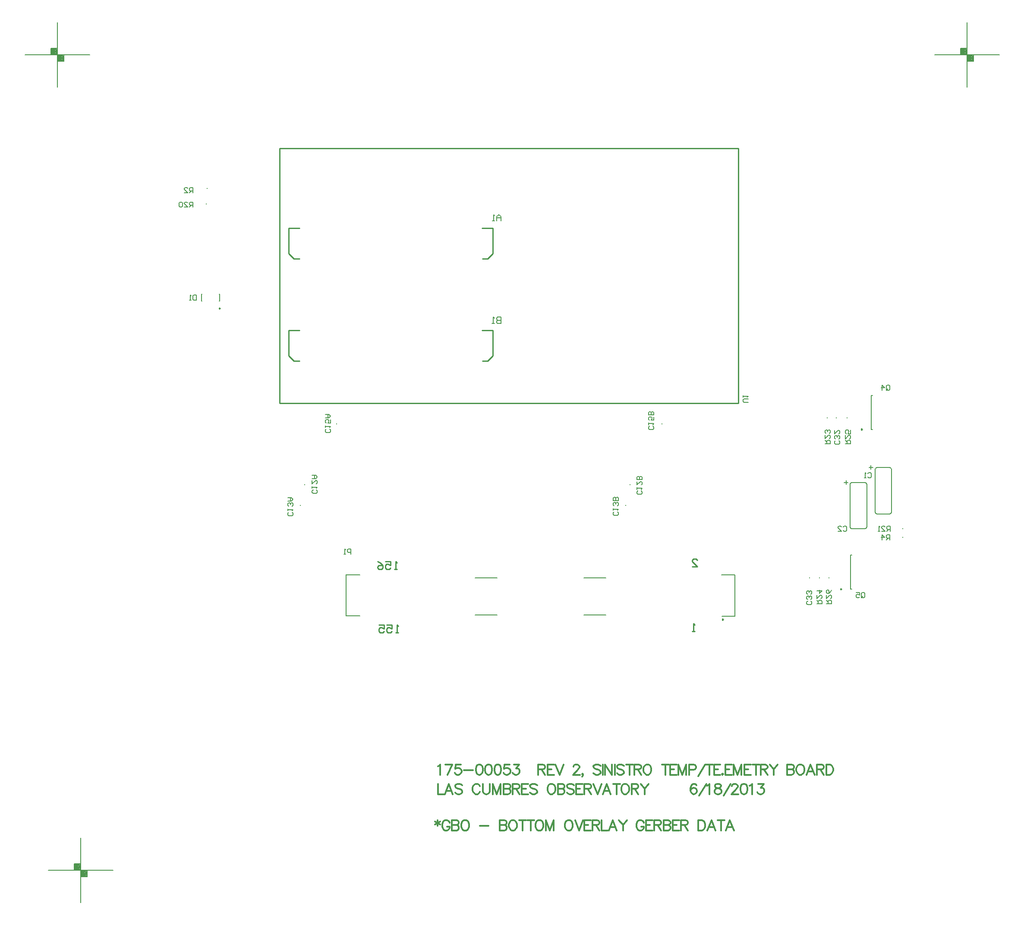
<source format=gbo>
%FSLAX23Y23*%
%MOIN*%
G70*
G01*
G75*
G04 Layer_Color=32896*
%ADD10R,0.031X0.060*%
%ADD11R,0.014X0.060*%
%ADD12R,0.030X0.100*%
%ADD13R,0.045X0.017*%
%ADD14R,0.050X0.050*%
%ADD15R,0.050X0.050*%
%ADD16R,0.036X0.036*%
%ADD17O,0.098X0.028*%
%ADD18R,0.065X0.012*%
%ADD19R,0.135X0.070*%
%ADD20R,0.070X0.135*%
%ADD21R,0.037X0.035*%
%ADD22R,0.037X0.035*%
%ADD23R,0.100X0.100*%
%ADD24R,0.048X0.078*%
%ADD25R,0.078X0.048*%
%ADD26C,0.010*%
%ADD27C,0.025*%
%ADD28C,0.008*%
%ADD29C,0.005*%
%ADD30C,0.006*%
%ADD31C,0.020*%
%ADD32C,0.050*%
%ADD33C,0.012*%
%ADD34C,0.012*%
%ADD35C,0.012*%
%ADD36C,0.220*%
%ADD37C,0.020*%
%ADD38C,0.063*%
%ADD39R,0.063X0.063*%
%ADD40C,0.050*%
%ADD41C,0.039*%
%ADD42R,0.060X0.060*%
%ADD43C,0.060*%
%ADD44R,0.059X0.059*%
%ADD45C,0.059*%
%ADD46C,0.079*%
%ADD47C,0.157*%
%ADD48C,0.059*%
%ADD49R,0.059X0.059*%
%ADD50C,0.116*%
%ADD51C,0.065*%
%ADD52C,0.100*%
%ADD53C,0.030*%
%ADD54C,0.040*%
%ADD55C,0.206*%
%ADD56C,0.079*%
G04:AMPARAMS|DCode=57|XSize=85mil|YSize=85mil|CornerRadius=0mil|HoleSize=0mil|Usage=FLASHONLY|Rotation=0.000|XOffset=0mil|YOffset=0mil|HoleType=Round|Shape=Relief|Width=10mil|Gap=10mil|Entries=4|*
%AMTHD57*
7,0,0,0.085,0.065,0.010,45*
%
%ADD57THD57*%
%ADD58C,0.080*%
G04:AMPARAMS|DCode=59|XSize=90mil|YSize=90mil|CornerRadius=0mil|HoleSize=0mil|Usage=FLASHONLY|Rotation=0.000|XOffset=0mil|YOffset=0mil|HoleType=Round|Shape=Relief|Width=10mil|Gap=10mil|Entries=4|*
%AMTHD59*
7,0,0,0.090,0.070,0.010,45*
%
%ADD59THD59*%
%ADD60C,0.070*%
G04:AMPARAMS|DCode=61|XSize=95.433mil|YSize=95.433mil|CornerRadius=0mil|HoleSize=0mil|Usage=FLASHONLY|Rotation=0.000|XOffset=0mil|YOffset=0mil|HoleType=Round|Shape=Relief|Width=10mil|Gap=10mil|Entries=4|*
%AMTHD61*
7,0,0,0.095,0.075,0.010,45*
%
%ADD61THD61*%
%ADD62C,0.075*%
%ADD63C,0.076*%
%ADD64C,0.131*%
%ADD65C,0.075*%
%ADD66C,0.168*%
%ADD67C,0.080*%
%ADD68C,0.103*%
G04:AMPARAMS|DCode=69|XSize=70mil|YSize=70mil|CornerRadius=0mil|HoleSize=0mil|Usage=FLASHONLY|Rotation=0.000|XOffset=0mil|YOffset=0mil|HoleType=Round|Shape=Relief|Width=10mil|Gap=10mil|Entries=4|*
%AMTHD69*
7,0,0,0.070,0.050,0.010,45*
%
%ADD69THD69*%
%ADD70C,0.055*%
G04:AMPARAMS|DCode=71|XSize=75mil|YSize=75mil|CornerRadius=0mil|HoleSize=0mil|Usage=FLASHONLY|Rotation=0.000|XOffset=0mil|YOffset=0mil|HoleType=Round|Shape=Relief|Width=10mil|Gap=10mil|Entries=4|*
%AMTHD71*
7,0,0,0.075,0.055,0.010,45*
%
%ADD71THD71*%
%ADD72C,0.068*%
G04:AMPARAMS|DCode=73|XSize=96.221mil|YSize=96.221mil|CornerRadius=0mil|HoleSize=0mil|Usage=FLASHONLY|Rotation=0.000|XOffset=0mil|YOffset=0mil|HoleType=Round|Shape=Relief|Width=10mil|Gap=10mil|Entries=4|*
%AMTHD73*
7,0,0,0.096,0.076,0.010,45*
%
%ADD73THD73*%
G04:AMPARAMS|DCode=74|XSize=150.551mil|YSize=150.551mil|CornerRadius=0mil|HoleSize=0mil|Usage=FLASHONLY|Rotation=0.000|XOffset=0mil|YOffset=0mil|HoleType=Round|Shape=Relief|Width=10mil|Gap=10mil|Entries=4|*
%AMTHD74*
7,0,0,0.151,0.131,0.010,45*
%
%ADD74THD74*%
G04:AMPARAMS|DCode=75|XSize=100mil|YSize=100mil|CornerRadius=0mil|HoleSize=0mil|Usage=FLASHONLY|Rotation=0.000|XOffset=0mil|YOffset=0mil|HoleType=Round|Shape=Relief|Width=10mil|Gap=10mil|Entries=4|*
%AMTHD75*
7,0,0,0.100,0.080,0.010,45*
%
%ADD75THD75*%
G04:AMPARAMS|DCode=76|XSize=123mil|YSize=123mil|CornerRadius=0mil|HoleSize=0mil|Usage=FLASHONLY|Rotation=0.000|XOffset=0mil|YOffset=0mil|HoleType=Round|Shape=Relief|Width=10mil|Gap=10mil|Entries=4|*
%AMTHD76*
7,0,0,0.123,0.103,0.010,45*
%
%ADD76THD76*%
%ADD77R,0.272X0.268*%
%ADD78R,0.075X0.037*%
%ADD79R,0.100X0.100*%
%ADD80R,0.016X0.085*%
%ADD81R,0.709X0.020*%
%ADD82R,0.053X0.053*%
%ADD83R,0.035X0.053*%
%ADD84R,0.012X0.057*%
%ADD85R,0.185X0.025*%
%ADD86R,0.100X0.025*%
%ADD87C,0.010*%
%ADD88C,0.010*%
%ADD89C,0.008*%
%ADD90C,0.007*%
%ADD91R,0.170X0.118*%
%ADD92R,0.039X0.068*%
%ADD93R,0.022X0.068*%
%ADD94R,0.038X0.108*%
%ADD95R,0.053X0.025*%
%ADD96R,0.058X0.058*%
%ADD97R,0.058X0.058*%
%ADD98R,0.044X0.044*%
%ADD99O,0.106X0.036*%
%ADD100R,0.073X0.020*%
%ADD101R,0.143X0.078*%
%ADD102R,0.078X0.143*%
%ADD103R,0.045X0.043*%
%ADD104R,0.045X0.043*%
%ADD105R,0.108X0.108*%
%ADD106R,0.056X0.086*%
%ADD107R,0.086X0.056*%
%ADD108C,0.213*%
%ADD109C,0.028*%
%ADD110C,0.071*%
%ADD111R,0.071X0.071*%
%ADD112C,0.228*%
%ADD113C,0.047*%
%ADD114R,0.068X0.068*%
%ADD115R,0.067X0.067*%
%ADD116C,0.067*%
%ADD117C,0.087*%
%ADD118C,0.165*%
%ADD119C,0.067*%
%ADD120R,0.067X0.067*%
%ADD121C,0.124*%
%ADD122C,0.073*%
%ADD123C,0.108*%
%ADD124C,0.038*%
%ADD125C,0.058*%
%ADD126R,1.174X0.429*%
%ADD127R,0.280X0.276*%
%ADD128R,0.083X0.045*%
%ADD129R,0.108X0.108*%
%ADD130R,0.061X0.061*%
%ADD131R,0.043X0.061*%
%ADD132R,0.016X0.061*%
%ADD133R,0.193X0.033*%
%ADD134R,0.108X0.033*%
D26*
X56791Y34235D02*
X56831D01*
X56791Y34275D01*
Y34285D01*
X56801Y34295D01*
X56821D01*
X56831Y34285D01*
X56811Y33735D02*
X56791D01*
X56801D01*
Y33795D01*
X56811Y33785D01*
X54511Y34215D02*
X54491D01*
X54501D01*
Y34275D01*
X54511Y34265D01*
X54421Y34275D02*
X54461D01*
Y34245D01*
X54441Y34255D01*
X54431D01*
X54421Y34245D01*
Y34225D01*
X54431Y34215D01*
X54451D01*
X54461Y34225D01*
X54361Y34275D02*
X54381Y34265D01*
X54401Y34245D01*
Y34225D01*
X54391Y34215D01*
X54371D01*
X54361Y34225D01*
Y34235D01*
X54371Y34245D01*
X54401D01*
X54521Y33725D02*
X54501D01*
X54511D01*
Y33785D01*
X54521Y33775D01*
X54431Y33785D02*
X54471D01*
Y33755D01*
X54451Y33765D01*
X54441D01*
X54431Y33755D01*
Y33735D01*
X54441Y33725D01*
X54461D01*
X54471Y33735D01*
X54371Y33785D02*
X54411D01*
Y33755D01*
X54391Y33765D01*
X54381D01*
X54371Y33755D01*
Y33735D01*
X54381Y33725D01*
X54401D01*
X54411Y33735D01*
D28*
X58204Y34657D02*
X58208Y34647D01*
X58218Y34643D01*
X58318D02*
X58328Y34647D01*
X58332Y34657D01*
Y34987D02*
X58328Y34996D01*
X58318Y35001D01*
X58218D02*
X58208Y34996D01*
X58204Y34987D01*
X58013Y34541D02*
X58017Y34531D01*
X58027Y34527D01*
X58127D02*
X58137Y34531D01*
X58141Y34541D01*
Y34871D02*
X58137Y34880D01*
X58127Y34885D01*
X58027D02*
X58017Y34880D01*
X58013Y34871D01*
X58218Y34643D02*
X58318D01*
X58218Y35001D02*
X58318D01*
X58204Y34657D02*
Y34987D01*
X58332Y34657D02*
Y34987D01*
X58027Y34527D02*
X58127D01*
X58027Y34885D02*
X58127D01*
X58013Y34541D02*
Y34871D01*
X58141Y34541D02*
Y34871D01*
X57710Y33968D02*
X57717Y33962D01*
Y33948D01*
X57710Y33942D01*
X57684D01*
X57677Y33948D01*
Y33962D01*
X57684Y33968D01*
X57710Y33981D02*
X57717Y33988D01*
Y34001D01*
X57710Y34008D01*
X57704D01*
X57697Y34001D01*
Y33995D01*
Y34001D01*
X57690Y34008D01*
X57684D01*
X57677Y34001D01*
Y33988D01*
X57684Y33981D01*
X57710Y34021D02*
X57717Y34028D01*
Y34041D01*
X57710Y34048D01*
X57704D01*
X57697Y34041D01*
Y34035D01*
Y34041D01*
X57690Y34048D01*
X57684D01*
X57677Y34041D01*
Y34028D01*
X57684Y34021D01*
X57754Y33948D02*
X57794D01*
Y33968D01*
X57787Y33974D01*
X57774D01*
X57767Y33968D01*
Y33948D01*
Y33961D02*
X57754Y33974D01*
Y34014D02*
Y33987D01*
X57781Y34014D01*
X57787D01*
X57794Y34007D01*
Y33994D01*
X57787Y33987D01*
X57754Y34047D02*
X57794D01*
X57774Y34027D01*
Y34054D01*
X57830Y33948D02*
X57870D01*
Y33968D01*
X57863Y33974D01*
X57850D01*
X57843Y33968D01*
Y33948D01*
Y33961D02*
X57830Y33974D01*
Y34014D02*
Y33987D01*
X57857Y34014D01*
X57863D01*
X57870Y34007D01*
Y33994D01*
X57863Y33987D01*
X57870Y34054D02*
X57863Y34041D01*
X57850Y34027D01*
X57837D01*
X57830Y34034D01*
Y34047D01*
X57837Y34054D01*
X57843D01*
X57850Y34047D01*
Y34027D01*
X57975Y35184D02*
X58015D01*
Y35204D01*
X58008Y35210D01*
X57995D01*
X57988Y35204D01*
Y35184D01*
Y35197D02*
X57975Y35210D01*
Y35250D02*
Y35223D01*
X58002Y35250D01*
X58008D01*
X58015Y35243D01*
Y35230D01*
X58008Y35223D01*
X58015Y35290D02*
Y35263D01*
X57995D01*
X58002Y35277D01*
Y35283D01*
X57995Y35290D01*
X57982D01*
X57975Y35283D01*
Y35270D01*
X57982Y35263D01*
X57819Y35185D02*
X57859D01*
Y35205D01*
X57852Y35211D01*
X57839D01*
X57832Y35205D01*
Y35185D01*
Y35198D02*
X57819Y35211D01*
Y35251D02*
Y35224D01*
X57846Y35251D01*
X57852D01*
X57859Y35244D01*
Y35231D01*
X57852Y35224D01*
Y35264D02*
X57859Y35271D01*
Y35284D01*
X57852Y35291D01*
X57846D01*
X57839Y35284D01*
Y35278D01*
Y35284D01*
X57832Y35291D01*
X57826D01*
X57819Y35284D01*
Y35271D01*
X57826Y35264D01*
X57924Y35209D02*
X57931Y35202D01*
Y35189D01*
X57924Y35183D01*
X57898D01*
X57891Y35189D01*
Y35202D01*
X57898Y35209D01*
X57924Y35222D02*
X57931Y35229D01*
Y35242D01*
X57924Y35249D01*
X57918D01*
X57911Y35242D01*
Y35236D01*
Y35242D01*
X57904Y35249D01*
X57898D01*
X57891Y35242D01*
Y35229D01*
X57898Y35222D01*
X57891Y35289D02*
Y35262D01*
X57918Y35289D01*
X57924D01*
X57931Y35282D01*
Y35269D01*
X57924Y35262D01*
X58322Y34509D02*
Y34548D01*
X58302D01*
X58295Y34542D01*
Y34528D01*
X58302Y34522D01*
X58322D01*
X58309D02*
X58295Y34509D01*
X58255D02*
X58282D01*
X58255Y34535D01*
Y34542D01*
X58262Y34548D01*
X58275D01*
X58282Y34542D01*
X58242Y34509D02*
X58229D01*
X58235D01*
Y34548D01*
X58242Y34542D01*
X58319Y34442D02*
Y34482D01*
X58299D01*
X58292Y34475D01*
Y34462D01*
X58299Y34455D01*
X58319D01*
X58306D02*
X58292Y34442D01*
X58259D02*
Y34482D01*
X58279Y34462D01*
X58252D01*
X58291Y35605D02*
Y35632D01*
X58298Y35638D01*
X58311D01*
X58318Y35632D01*
Y35605D01*
X58311Y35599D01*
X58298D01*
X58305Y35612D02*
X58291Y35599D01*
X58298D02*
X58291Y35605D01*
X58258Y35599D02*
Y35638D01*
X58278Y35618D01*
X58251D01*
X58098Y34001D02*
Y34028D01*
X58105Y34034D01*
X58118D01*
X58125Y34028D01*
Y34001D01*
X58118Y33995D01*
X58105D01*
X58112Y34008D02*
X58098Y33995D01*
X58105D02*
X58098Y34001D01*
X58058Y34034D02*
X58085D01*
Y34014D01*
X58072Y34021D01*
X58065D01*
X58058Y34014D01*
Y34001D01*
X58065Y33995D01*
X58078D01*
X58085Y34001D01*
X58148Y34956D02*
X58155Y34962D01*
X58168D01*
X58175Y34956D01*
Y34929D01*
X58168Y34923D01*
X58155D01*
X58148Y34929D01*
X58135Y34923D02*
X58122D01*
X58128D01*
Y34962D01*
X58135Y34956D01*
X57958Y34541D02*
X57965Y34547D01*
X57978D01*
X57985Y34541D01*
Y34514D01*
X57978Y34508D01*
X57965D01*
X57958Y34514D01*
X57918Y34508D02*
X57945D01*
X57918Y34534D01*
Y34541D01*
X57925Y34547D01*
X57938D01*
X57945Y34541D01*
X57224Y35504D02*
X57191D01*
X57184Y35510D01*
Y35524D01*
X57191Y35530D01*
X57224D01*
X57184Y35544D02*
Y35557D01*
Y35550D01*
X57224D01*
X57217Y35544D01*
X54155Y34332D02*
Y34371D01*
X54135D01*
X54128Y34365D01*
Y34352D01*
X54135Y34345D01*
X54155D01*
X54115Y34332D02*
X54102D01*
X54108D01*
Y34371D01*
X54115Y34365D01*
X56489Y35320D02*
X56496Y35313D01*
Y35300D01*
X56489Y35294D01*
X56463D01*
X56456Y35300D01*
Y35313D01*
X56463Y35320D01*
X56456Y35333D02*
Y35347D01*
Y35340D01*
X56496D01*
X56489Y35333D01*
X56496Y35393D02*
Y35367D01*
X56476D01*
X56483Y35380D01*
Y35387D01*
X56476Y35393D01*
X56463D01*
X56456Y35387D01*
Y35373D01*
X56463Y35367D01*
X56496Y35407D02*
X56456D01*
Y35427D01*
X56463Y35433D01*
X56469D01*
X56476Y35427D01*
Y35407D01*
Y35427D01*
X56483Y35433D01*
X56489D01*
X56496Y35427D01*
Y35407D01*
X53991Y35297D02*
X53998Y35291D01*
Y35277D01*
X53991Y35271D01*
X53965D01*
X53958Y35277D01*
Y35291D01*
X53965Y35297D01*
X53958Y35310D02*
Y35324D01*
Y35317D01*
X53998D01*
X53991Y35310D01*
X53998Y35370D02*
Y35344D01*
X53978D01*
X53985Y35357D01*
Y35364D01*
X53978Y35370D01*
X53965D01*
X53958Y35364D01*
Y35350D01*
X53965Y35344D01*
X53958Y35384D02*
X53985D01*
X53998Y35397D01*
X53985Y35410D01*
X53958D01*
X53978D01*
Y35384D01*
X56215Y34659D02*
X56222Y34653D01*
Y34639D01*
X56215Y34633D01*
X56189D01*
X56182Y34639D01*
Y34653D01*
X56189Y34659D01*
X56182Y34672D02*
Y34686D01*
Y34679D01*
X56222D01*
X56215Y34672D01*
Y34706D02*
X56222Y34712D01*
Y34726D01*
X56215Y34732D01*
X56209D01*
X56202Y34726D01*
Y34719D01*
Y34726D01*
X56195Y34732D01*
X56189D01*
X56182Y34726D01*
Y34712D01*
X56189Y34706D01*
X56222Y34746D02*
X56182D01*
Y34766D01*
X56189Y34772D01*
X56195D01*
X56202Y34766D01*
Y34746D01*
Y34766D01*
X56209Y34772D01*
X56215D01*
X56222Y34766D01*
Y34746D01*
X53702Y34655D02*
X53709Y34649D01*
Y34635D01*
X53702Y34629D01*
X53676D01*
X53669Y34635D01*
Y34649D01*
X53676Y34655D01*
X53669Y34668D02*
Y34682D01*
Y34675D01*
X53709D01*
X53702Y34668D01*
Y34702D02*
X53709Y34708D01*
Y34722D01*
X53702Y34728D01*
X53696D01*
X53689Y34722D01*
Y34715D01*
Y34722D01*
X53682Y34728D01*
X53676D01*
X53669Y34722D01*
Y34708D01*
X53676Y34702D01*
X53669Y34742D02*
X53696D01*
X53709Y34755D01*
X53696Y34768D01*
X53669D01*
X53689D01*
Y34742D01*
X56399Y34820D02*
X56406Y34813D01*
Y34800D01*
X56399Y34794D01*
X56373D01*
X56366Y34800D01*
Y34813D01*
X56373Y34820D01*
X56366Y34833D02*
Y34847D01*
Y34840D01*
X56406D01*
X56399Y34833D01*
X56366Y34893D02*
Y34867D01*
X56393Y34893D01*
X56399D01*
X56406Y34887D01*
Y34873D01*
X56399Y34867D01*
X56406Y34907D02*
X56366D01*
Y34927D01*
X56373Y34933D01*
X56379D01*
X56386Y34927D01*
Y34907D01*
Y34927D01*
X56393Y34933D01*
X56399D01*
X56406Y34927D01*
Y34907D01*
X53890Y34829D02*
X53897Y34823D01*
Y34809D01*
X53890Y34803D01*
X53864D01*
X53857Y34809D01*
Y34823D01*
X53864Y34829D01*
X53857Y34842D02*
Y34856D01*
Y34849D01*
X53897D01*
X53890Y34842D01*
X53857Y34902D02*
Y34876D01*
X53884Y34902D01*
X53890D01*
X53897Y34896D01*
Y34882D01*
X53890Y34876D01*
X53857Y34916D02*
X53884D01*
X53897Y34929D01*
X53884Y34942D01*
X53857D01*
X53877D01*
Y34916D01*
X52962Y36335D02*
Y36296D01*
X52942D01*
X52935Y36302D01*
Y36329D01*
X52942Y36335D01*
X52962D01*
X52922Y36296D02*
X52909D01*
X52915D01*
Y36335D01*
X52922Y36329D01*
X52935Y37125D02*
Y37164D01*
X52915D01*
X52908Y37158D01*
Y37145D01*
X52915Y37138D01*
X52935D01*
X52922D02*
X52908Y37125D01*
X52868D02*
X52895D01*
X52868Y37151D01*
Y37158D01*
X52875Y37164D01*
X52888D01*
X52895Y37158D01*
X52935Y37014D02*
Y37053D01*
X52915D01*
X52908Y37047D01*
Y37034D01*
X52915Y37027D01*
X52935D01*
X52922D02*
X52908Y37014D01*
X52868D02*
X52895D01*
X52868Y37040D01*
Y37047D01*
X52875Y37053D01*
X52888D01*
X52895Y37047D01*
X52855D02*
X52848Y37053D01*
X52835D01*
X52828Y37047D01*
Y37020D01*
X52835Y37014D01*
X52848D01*
X52855Y37020D01*
Y37047D01*
X58664Y38190D02*
X59164D01*
X58914Y37940D02*
Y38440D01*
X58964Y38140D02*
Y38190D01*
X58914Y38140D02*
X58964D01*
X58864Y38190D02*
Y38240D01*
X58914D01*
X58869Y38195D02*
X58909D01*
X58869D02*
Y38235D01*
X58909D01*
Y38195D02*
Y38235D01*
X58874Y38200D02*
X58904D01*
X58874D02*
Y38230D01*
X58904D01*
Y38205D02*
Y38230D01*
X58879Y38205D02*
X58899D01*
X58879D02*
Y38225D01*
X58899D01*
Y38210D02*
Y38225D01*
X58884Y38210D02*
X58894D01*
X58884D02*
Y38220D01*
X58894D01*
Y38210D02*
Y38220D01*
X58884Y38215D02*
X58894D01*
X58919Y38145D02*
X58959D01*
X58919D02*
Y38185D01*
X58959D01*
Y38145D02*
Y38185D01*
X58924Y38150D02*
X58954D01*
X58924D02*
Y38180D01*
X58954D01*
Y38155D02*
Y38180D01*
X58929Y38155D02*
X58949D01*
X58929D02*
Y38175D01*
X58949D01*
Y38160D02*
Y38175D01*
X58934Y38160D02*
X58944D01*
X58934D02*
Y38170D01*
X58944D01*
Y38160D02*
Y38170D01*
X58934Y38165D02*
X58944D01*
X51638Y38190D02*
X52138D01*
X51888Y37940D02*
Y38440D01*
X51938Y38140D02*
Y38190D01*
X51888Y38140D02*
X51938D01*
X51838Y38190D02*
Y38240D01*
X51888D01*
X51843Y38195D02*
X51883D01*
X51843D02*
Y38235D01*
X51883D01*
Y38195D02*
Y38235D01*
X51848Y38200D02*
X51878D01*
X51848D02*
Y38230D01*
X51878D01*
Y38205D02*
Y38230D01*
X51853Y38205D02*
X51873D01*
X51853D02*
Y38225D01*
X51873D01*
Y38210D02*
Y38225D01*
X51858Y38210D02*
X51868D01*
X51858D02*
Y38220D01*
X51868D01*
Y38210D02*
Y38220D01*
X51858Y38215D02*
X51868D01*
X51893Y38145D02*
X51933D01*
X51893D02*
Y38185D01*
X51933D01*
Y38145D02*
Y38185D01*
X51898Y38150D02*
X51928D01*
X51898D02*
Y38180D01*
X51928D01*
Y38155D02*
Y38180D01*
X51903Y38155D02*
X51923D01*
X51903D02*
Y38175D01*
X51923D01*
Y38160D02*
Y38175D01*
X51908Y38160D02*
X51918D01*
X51908D02*
Y38170D01*
X51918D01*
Y38160D02*
Y38170D01*
X51908Y38165D02*
X51918D01*
X51819Y31889D02*
X52319D01*
X52069Y31639D02*
Y32139D01*
X52119Y31839D02*
Y31889D01*
X52069Y31839D02*
X52119D01*
X52019Y31889D02*
Y31939D01*
X52069D01*
X52024Y31894D02*
X52064D01*
X52024D02*
Y31934D01*
X52064D01*
Y31894D02*
Y31934D01*
X52029Y31899D02*
X52059D01*
X52029D02*
Y31929D01*
X52059D01*
Y31904D02*
Y31929D01*
X52034Y31904D02*
X52054D01*
X52034D02*
Y31924D01*
X52054D01*
Y31909D02*
Y31924D01*
X52039Y31909D02*
X52049D01*
X52039D02*
Y31919D01*
X52049D01*
Y31909D02*
Y31919D01*
X52039Y31914D02*
X52049D01*
X52074Y31844D02*
X52114D01*
X52074D02*
Y31884D01*
X52114D01*
Y31844D02*
Y31884D01*
X52079Y31849D02*
X52109D01*
X52079D02*
Y31879D01*
X52109D01*
Y31854D02*
Y31879D01*
X52084Y31854D02*
X52104D01*
X52084D02*
Y31874D01*
X52104D01*
Y31859D02*
Y31874D01*
X52089Y31859D02*
X52099D01*
X52089D02*
Y31869D01*
X52099D01*
Y31859D02*
Y31869D01*
X52089Y31864D02*
X52099D01*
D33*
X54826Y32275D02*
Y32230D01*
X54807Y32264D02*
X54845Y32241D01*
Y32264D02*
X54807Y32241D01*
X54919Y32256D02*
X54915Y32264D01*
X54907Y32272D01*
X54900Y32275D01*
X54884D01*
X54877Y32272D01*
X54869Y32264D01*
X54865Y32256D01*
X54861Y32245D01*
Y32226D01*
X54865Y32215D01*
X54869Y32207D01*
X54877Y32199D01*
X54884Y32196D01*
X54900D01*
X54907Y32199D01*
X54915Y32207D01*
X54919Y32215D01*
Y32226D01*
X54900D02*
X54919D01*
X54937Y32275D02*
Y32196D01*
Y32275D02*
X54971D01*
X54983Y32272D01*
X54986Y32268D01*
X54990Y32260D01*
Y32253D01*
X54986Y32245D01*
X54983Y32241D01*
X54971Y32237D01*
X54937D02*
X54971D01*
X54983Y32234D01*
X54986Y32230D01*
X54990Y32222D01*
Y32211D01*
X54986Y32203D01*
X54983Y32199D01*
X54971Y32196D01*
X54937D01*
X55031Y32275D02*
X55023Y32272D01*
X55016Y32264D01*
X55012Y32256D01*
X55008Y32245D01*
Y32226D01*
X55012Y32215D01*
X55016Y32207D01*
X55023Y32199D01*
X55031Y32196D01*
X55046D01*
X55054Y32199D01*
X55061Y32207D01*
X55065Y32215D01*
X55069Y32226D01*
Y32245D01*
X55065Y32256D01*
X55061Y32264D01*
X55054Y32272D01*
X55046Y32275D01*
X55031D01*
X55151Y32230D02*
X55219D01*
X55306Y32275D02*
Y32196D01*
Y32275D02*
X55340D01*
X55351Y32272D01*
X55355Y32268D01*
X55359Y32260D01*
Y32253D01*
X55355Y32245D01*
X55351Y32241D01*
X55340Y32237D01*
X55306D02*
X55340D01*
X55351Y32234D01*
X55355Y32230D01*
X55359Y32222D01*
Y32211D01*
X55355Y32203D01*
X55351Y32199D01*
X55340Y32196D01*
X55306D01*
X55400Y32275D02*
X55392Y32272D01*
X55384Y32264D01*
X55381Y32256D01*
X55377Y32245D01*
Y32226D01*
X55381Y32215D01*
X55384Y32207D01*
X55392Y32199D01*
X55400Y32196D01*
X55415D01*
X55422Y32199D01*
X55430Y32207D01*
X55434Y32215D01*
X55438Y32226D01*
Y32245D01*
X55434Y32256D01*
X55430Y32264D01*
X55422Y32272D01*
X55415Y32275D01*
X55400D01*
X55483D02*
Y32196D01*
X55456Y32275D02*
X55510D01*
X55546D02*
Y32196D01*
X55519Y32275D02*
X55573D01*
X55605D02*
X55597Y32272D01*
X55590Y32264D01*
X55586Y32256D01*
X55582Y32245D01*
Y32226D01*
X55586Y32215D01*
X55590Y32207D01*
X55597Y32199D01*
X55605Y32196D01*
X55620D01*
X55628Y32199D01*
X55635Y32207D01*
X55639Y32215D01*
X55643Y32226D01*
Y32245D01*
X55639Y32256D01*
X55635Y32264D01*
X55628Y32272D01*
X55620Y32275D01*
X55605D01*
X55662D02*
Y32196D01*
Y32275D02*
X55692Y32196D01*
X55723Y32275D02*
X55692Y32196D01*
X55723Y32275D02*
Y32196D01*
X55831Y32275D02*
X55824Y32272D01*
X55816Y32264D01*
X55812Y32256D01*
X55808Y32245D01*
Y32226D01*
X55812Y32215D01*
X55816Y32207D01*
X55824Y32199D01*
X55831Y32196D01*
X55846D01*
X55854Y32199D01*
X55862Y32207D01*
X55865Y32215D01*
X55869Y32226D01*
Y32245D01*
X55865Y32256D01*
X55862Y32264D01*
X55854Y32272D01*
X55846Y32275D01*
X55831D01*
X55888D02*
X55918Y32196D01*
X55949Y32275D02*
X55918Y32196D01*
X56009Y32275D02*
X55959D01*
Y32196D01*
X56009D01*
X55959Y32237D02*
X55990D01*
X56022Y32275D02*
Y32196D01*
Y32275D02*
X56056D01*
X56068Y32272D01*
X56071Y32268D01*
X56075Y32260D01*
Y32253D01*
X56071Y32245D01*
X56068Y32241D01*
X56056Y32237D01*
X56022D01*
X56049D02*
X56075Y32196D01*
X56093Y32275D02*
Y32196D01*
X56139D01*
X56209D02*
X56178Y32275D01*
X56148Y32196D01*
X56159Y32222D02*
X56197D01*
X56227Y32275D02*
X56258Y32237D01*
Y32196D01*
X56288Y32275D02*
X56258Y32237D01*
X56418Y32256D02*
X56415Y32264D01*
X56407Y32272D01*
X56399Y32275D01*
X56384D01*
X56377Y32272D01*
X56369Y32264D01*
X56365Y32256D01*
X56361Y32245D01*
Y32226D01*
X56365Y32215D01*
X56369Y32207D01*
X56377Y32199D01*
X56384Y32196D01*
X56399D01*
X56407Y32199D01*
X56415Y32207D01*
X56418Y32215D01*
Y32226D01*
X56399D02*
X56418D01*
X56486Y32275D02*
X56437D01*
Y32196D01*
X56486D01*
X56437Y32237D02*
X56467D01*
X56500Y32275D02*
Y32196D01*
Y32275D02*
X56534D01*
X56545Y32272D01*
X56549Y32268D01*
X56553Y32260D01*
Y32253D01*
X56549Y32245D01*
X56545Y32241D01*
X56534Y32237D01*
X56500D01*
X56526D02*
X56553Y32196D01*
X56571Y32275D02*
Y32196D01*
Y32275D02*
X56605D01*
X56617Y32272D01*
X56620Y32268D01*
X56624Y32260D01*
Y32253D01*
X56620Y32245D01*
X56617Y32241D01*
X56605Y32237D01*
X56571D02*
X56605D01*
X56617Y32234D01*
X56620Y32230D01*
X56624Y32222D01*
Y32211D01*
X56620Y32203D01*
X56617Y32199D01*
X56605Y32196D01*
X56571D01*
X56692Y32275D02*
X56642D01*
Y32196D01*
X56692D01*
X56642Y32237D02*
X56673D01*
X56705Y32275D02*
Y32196D01*
Y32275D02*
X56739D01*
X56751Y32272D01*
X56754Y32268D01*
X56758Y32260D01*
Y32253D01*
X56754Y32245D01*
X56751Y32241D01*
X56739Y32237D01*
X56705D01*
X56732D02*
X56758Y32196D01*
X56839Y32275D02*
Y32196D01*
Y32275D02*
X56866D01*
X56877Y32272D01*
X56885Y32264D01*
X56888Y32256D01*
X56892Y32245D01*
Y32226D01*
X56888Y32215D01*
X56885Y32207D01*
X56877Y32199D01*
X56866Y32196D01*
X56839D01*
X56971D02*
X56941Y32275D01*
X56910Y32196D01*
X56922Y32222D02*
X56960D01*
X57016Y32275D02*
Y32196D01*
X56990Y32275D02*
X57043D01*
X57114Y32196D02*
X57083Y32275D01*
X57053Y32196D01*
X57064Y32222D02*
X57102D01*
D34*
X54828Y32691D02*
X54836Y32695D01*
X54847Y32706D01*
Y32626D01*
X54940Y32706D02*
X54902Y32626D01*
X54887Y32706D02*
X54940D01*
X55004D02*
X54966D01*
X54962Y32672D01*
X54966Y32676D01*
X54977Y32679D01*
X54988D01*
X55000Y32676D01*
X55007Y32668D01*
X55011Y32657D01*
Y32649D01*
X55007Y32638D01*
X55000Y32630D01*
X54988Y32626D01*
X54977D01*
X54966Y32630D01*
X54962Y32634D01*
X54958Y32641D01*
X55029Y32660D02*
X55098D01*
X55144Y32706D02*
X55133Y32702D01*
X55125Y32691D01*
X55121Y32672D01*
Y32660D01*
X55125Y32641D01*
X55133Y32630D01*
X55144Y32626D01*
X55152D01*
X55163Y32630D01*
X55171Y32641D01*
X55175Y32660D01*
Y32672D01*
X55171Y32691D01*
X55163Y32702D01*
X55152Y32706D01*
X55144D01*
X55215D02*
X55204Y32702D01*
X55196Y32691D01*
X55193Y32672D01*
Y32660D01*
X55196Y32641D01*
X55204Y32630D01*
X55215Y32626D01*
X55223D01*
X55234Y32630D01*
X55242Y32641D01*
X55246Y32660D01*
Y32672D01*
X55242Y32691D01*
X55234Y32702D01*
X55223Y32706D01*
X55215D01*
X55287D02*
X55275Y32702D01*
X55268Y32691D01*
X55264Y32672D01*
Y32660D01*
X55268Y32641D01*
X55275Y32630D01*
X55287Y32626D01*
X55294D01*
X55306Y32630D01*
X55313Y32641D01*
X55317Y32660D01*
Y32672D01*
X55313Y32691D01*
X55306Y32702D01*
X55294Y32706D01*
X55287D01*
X55381D02*
X55343D01*
X55339Y32672D01*
X55343Y32676D01*
X55354Y32679D01*
X55365D01*
X55377Y32676D01*
X55384Y32668D01*
X55388Y32657D01*
Y32649D01*
X55384Y32638D01*
X55377Y32630D01*
X55365Y32626D01*
X55354D01*
X55343Y32630D01*
X55339Y32634D01*
X55335Y32641D01*
X55414Y32706D02*
X55456D01*
X55433Y32676D01*
X55444D01*
X55452Y32672D01*
X55456Y32668D01*
X55460Y32657D01*
Y32649D01*
X55456Y32638D01*
X55448Y32630D01*
X55437Y32626D01*
X55425D01*
X55414Y32630D01*
X55410Y32634D01*
X55406Y32641D01*
X55603Y32706D02*
Y32626D01*
Y32706D02*
X55637D01*
X55649Y32702D01*
X55653Y32698D01*
X55656Y32691D01*
Y32683D01*
X55653Y32676D01*
X55649Y32672D01*
X55637Y32668D01*
X55603D01*
X55630D02*
X55656Y32626D01*
X55724Y32706D02*
X55674D01*
Y32626D01*
X55724D01*
X55674Y32668D02*
X55705D01*
X55737Y32706D02*
X55768Y32626D01*
X55798Y32706D02*
X55768Y32626D01*
X55875Y32687D02*
Y32691D01*
X55879Y32698D01*
X55883Y32702D01*
X55890Y32706D01*
X55906D01*
X55913Y32702D01*
X55917Y32698D01*
X55921Y32691D01*
Y32683D01*
X55917Y32676D01*
X55909Y32664D01*
X55871Y32626D01*
X55925D01*
X55950Y32630D02*
X55946Y32626D01*
X55942Y32630D01*
X55946Y32634D01*
X55950Y32630D01*
Y32622D01*
X55946Y32615D01*
X55942Y32611D01*
X56084Y32695D02*
X56076Y32702D01*
X56065Y32706D01*
X56049D01*
X56038Y32702D01*
X56030Y32695D01*
Y32687D01*
X56034Y32679D01*
X56038Y32676D01*
X56046Y32672D01*
X56069Y32664D01*
X56076Y32660D01*
X56080Y32657D01*
X56084Y32649D01*
Y32638D01*
X56076Y32630D01*
X56065Y32626D01*
X56049D01*
X56038Y32630D01*
X56030Y32638D01*
X56102Y32706D02*
Y32626D01*
X56118Y32706D02*
Y32626D01*
Y32706D02*
X56172Y32626D01*
Y32706D02*
Y32626D01*
X56194Y32706D02*
Y32626D01*
X56264Y32695D02*
X56256Y32702D01*
X56245Y32706D01*
X56230D01*
X56218Y32702D01*
X56211Y32695D01*
Y32687D01*
X56214Y32679D01*
X56218Y32676D01*
X56226Y32672D01*
X56249Y32664D01*
X56256Y32660D01*
X56260Y32657D01*
X56264Y32649D01*
Y32638D01*
X56256Y32630D01*
X56245Y32626D01*
X56230D01*
X56218Y32630D01*
X56211Y32638D01*
X56308Y32706D02*
Y32626D01*
X56282Y32706D02*
X56335D01*
X56345D02*
Y32626D01*
Y32706D02*
X56379D01*
X56390Y32702D01*
X56394Y32698D01*
X56398Y32691D01*
Y32683D01*
X56394Y32676D01*
X56390Y32672D01*
X56379Y32668D01*
X56345D01*
X56371D02*
X56398Y32626D01*
X56439Y32706D02*
X56431Y32702D01*
X56424Y32695D01*
X56420Y32687D01*
X56416Y32676D01*
Y32657D01*
X56420Y32645D01*
X56424Y32638D01*
X56431Y32630D01*
X56439Y32626D01*
X56454D01*
X56462Y32630D01*
X56469Y32638D01*
X56473Y32645D01*
X56477Y32657D01*
Y32676D01*
X56473Y32687D01*
X56469Y32695D01*
X56462Y32702D01*
X56454Y32706D01*
X56439D01*
X56585D02*
Y32626D01*
X56558Y32706D02*
X56612D01*
X56671D02*
X56621D01*
Y32626D01*
X56671D01*
X56621Y32668D02*
X56652D01*
X56684Y32706D02*
Y32626D01*
Y32706D02*
X56714Y32626D01*
X56745Y32706D02*
X56714Y32626D01*
X56745Y32706D02*
Y32626D01*
X56768Y32664D02*
X56802D01*
X56814Y32668D01*
X56817Y32672D01*
X56821Y32679D01*
Y32691D01*
X56817Y32698D01*
X56814Y32702D01*
X56802Y32706D01*
X56768D01*
Y32626D01*
X56839Y32615D02*
X56892Y32706D01*
X56924D02*
Y32626D01*
X56898Y32706D02*
X56951D01*
X57010D02*
X56961D01*
Y32626D01*
X57010D01*
X56961Y32668D02*
X56991D01*
X57027Y32634D02*
X57023Y32630D01*
X57027Y32626D01*
X57031Y32630D01*
X57027Y32634D01*
X57098Y32706D02*
X57049D01*
Y32626D01*
X57098D01*
X57049Y32668D02*
X57079D01*
X57111Y32706D02*
Y32626D01*
Y32706D02*
X57142Y32626D01*
X57172Y32706D02*
X57142Y32626D01*
X57172Y32706D02*
Y32626D01*
X57245Y32706D02*
X57195D01*
Y32626D01*
X57245D01*
X57195Y32668D02*
X57226D01*
X57285Y32706D02*
Y32626D01*
X57258Y32706D02*
X57311D01*
X57321D02*
Y32626D01*
Y32706D02*
X57355D01*
X57367Y32702D01*
X57370Y32698D01*
X57374Y32691D01*
Y32683D01*
X57370Y32676D01*
X57367Y32672D01*
X57355Y32668D01*
X57321D01*
X57347D02*
X57374Y32626D01*
X57392Y32706D02*
X57423Y32668D01*
Y32626D01*
X57453Y32706D02*
X57423Y32668D01*
X57526Y32706D02*
Y32626D01*
Y32706D02*
X57560D01*
X57572Y32702D01*
X57576Y32698D01*
X57579Y32691D01*
Y32683D01*
X57576Y32676D01*
X57572Y32672D01*
X57560Y32668D01*
X57526D02*
X57560D01*
X57572Y32664D01*
X57576Y32660D01*
X57579Y32653D01*
Y32641D01*
X57576Y32634D01*
X57572Y32630D01*
X57560Y32626D01*
X57526D01*
X57620Y32706D02*
X57613Y32702D01*
X57605Y32695D01*
X57601Y32687D01*
X57597Y32676D01*
Y32657D01*
X57601Y32645D01*
X57605Y32638D01*
X57613Y32630D01*
X57620Y32626D01*
X57635D01*
X57643Y32630D01*
X57651Y32638D01*
X57654Y32645D01*
X57658Y32657D01*
Y32676D01*
X57654Y32687D01*
X57651Y32695D01*
X57643Y32702D01*
X57635Y32706D01*
X57620D01*
X57738Y32626D02*
X57707Y32706D01*
X57677Y32626D01*
X57688Y32653D02*
X57726D01*
X57757Y32706D02*
Y32626D01*
Y32706D02*
X57791D01*
X57802Y32702D01*
X57806Y32698D01*
X57810Y32691D01*
Y32683D01*
X57806Y32676D01*
X57802Y32672D01*
X57791Y32668D01*
X57757D01*
X57783D02*
X57810Y32626D01*
X57828Y32706D02*
Y32626D01*
Y32706D02*
X57854D01*
X57866Y32702D01*
X57873Y32695D01*
X57877Y32687D01*
X57881Y32676D01*
Y32657D01*
X57877Y32645D01*
X57873Y32638D01*
X57866Y32630D01*
X57854Y32626D01*
X57828D01*
D35*
X54828Y32556D02*
Y32476D01*
X54874D01*
X54943D02*
X54913Y32556D01*
X54882Y32476D01*
X54894Y32503D02*
X54932D01*
X55015Y32545D02*
X55008Y32552D01*
X54996Y32556D01*
X54981D01*
X54970Y32552D01*
X54962Y32545D01*
Y32537D01*
X54966Y32529D01*
X54970Y32526D01*
X54977Y32522D01*
X55000Y32514D01*
X55008Y32510D01*
X55012Y32507D01*
X55015Y32499D01*
Y32487D01*
X55008Y32480D01*
X54996Y32476D01*
X54981D01*
X54970Y32480D01*
X54962Y32487D01*
X55153Y32537D02*
X55149Y32545D01*
X55142Y32552D01*
X55134Y32556D01*
X55119D01*
X55111Y32552D01*
X55104Y32545D01*
X55100Y32537D01*
X55096Y32526D01*
Y32507D01*
X55100Y32495D01*
X55104Y32487D01*
X55111Y32480D01*
X55119Y32476D01*
X55134D01*
X55142Y32480D01*
X55149Y32487D01*
X55153Y32495D01*
X55176Y32556D02*
Y32499D01*
X55180Y32487D01*
X55187Y32480D01*
X55199Y32476D01*
X55206D01*
X55218Y32480D01*
X55225Y32487D01*
X55229Y32499D01*
Y32556D01*
X55251D02*
Y32476D01*
Y32556D02*
X55282Y32476D01*
X55312Y32556D02*
X55282Y32476D01*
X55312Y32556D02*
Y32476D01*
X55335Y32556D02*
Y32476D01*
Y32556D02*
X55369D01*
X55381Y32552D01*
X55384Y32548D01*
X55388Y32541D01*
Y32533D01*
X55384Y32526D01*
X55381Y32522D01*
X55369Y32518D01*
X55335D02*
X55369D01*
X55381Y32514D01*
X55384Y32510D01*
X55388Y32503D01*
Y32491D01*
X55384Y32484D01*
X55381Y32480D01*
X55369Y32476D01*
X55335D01*
X55406Y32556D02*
Y32476D01*
Y32556D02*
X55440D01*
X55452Y32552D01*
X55456Y32548D01*
X55460Y32541D01*
Y32533D01*
X55456Y32526D01*
X55452Y32522D01*
X55440Y32518D01*
X55406D01*
X55433D02*
X55460Y32476D01*
X55527Y32556D02*
X55477D01*
Y32476D01*
X55527D01*
X55477Y32518D02*
X55508D01*
X55594Y32545D02*
X55586Y32552D01*
X55575Y32556D01*
X55559D01*
X55548Y32552D01*
X55540Y32545D01*
Y32537D01*
X55544Y32529D01*
X55548Y32526D01*
X55555Y32522D01*
X55578Y32514D01*
X55586Y32510D01*
X55590Y32507D01*
X55594Y32499D01*
Y32487D01*
X55586Y32480D01*
X55575Y32476D01*
X55559D01*
X55548Y32480D01*
X55540Y32487D01*
X55697Y32556D02*
X55690Y32552D01*
X55682Y32545D01*
X55678Y32537D01*
X55674Y32526D01*
Y32507D01*
X55678Y32495D01*
X55682Y32487D01*
X55690Y32480D01*
X55697Y32476D01*
X55712D01*
X55720Y32480D01*
X55728Y32487D01*
X55731Y32495D01*
X55735Y32507D01*
Y32526D01*
X55731Y32537D01*
X55728Y32545D01*
X55720Y32552D01*
X55712Y32556D01*
X55697D01*
X55754D02*
Y32476D01*
Y32556D02*
X55788D01*
X55800Y32552D01*
X55803Y32548D01*
X55807Y32541D01*
Y32533D01*
X55803Y32526D01*
X55800Y32522D01*
X55788Y32518D01*
X55754D02*
X55788D01*
X55800Y32514D01*
X55803Y32510D01*
X55807Y32503D01*
Y32491D01*
X55803Y32484D01*
X55800Y32480D01*
X55788Y32476D01*
X55754D01*
X55878Y32545D02*
X55871Y32552D01*
X55859Y32556D01*
X55844D01*
X55833Y32552D01*
X55825Y32545D01*
Y32537D01*
X55829Y32529D01*
X55833Y32526D01*
X55840Y32522D01*
X55863Y32514D01*
X55871Y32510D01*
X55875Y32507D01*
X55878Y32499D01*
Y32487D01*
X55871Y32480D01*
X55859Y32476D01*
X55844D01*
X55833Y32480D01*
X55825Y32487D01*
X55946Y32556D02*
X55896D01*
Y32476D01*
X55946D01*
X55896Y32518D02*
X55927D01*
X55959Y32556D02*
Y32476D01*
Y32556D02*
X55993D01*
X56005Y32552D01*
X56009Y32548D01*
X56013Y32541D01*
Y32533D01*
X56009Y32526D01*
X56005Y32522D01*
X55993Y32518D01*
X55959D01*
X55986D02*
X56013Y32476D01*
X56030Y32556D02*
X56061Y32476D01*
X56091Y32556D02*
X56061Y32476D01*
X56163D02*
X56132Y32556D01*
X56102Y32476D01*
X56113Y32503D02*
X56151D01*
X56208Y32556D02*
Y32476D01*
X56181Y32556D02*
X56235D01*
X56267D02*
X56259Y32552D01*
X56252Y32545D01*
X56248Y32537D01*
X56244Y32526D01*
Y32507D01*
X56248Y32495D01*
X56252Y32487D01*
X56259Y32480D01*
X56267Y32476D01*
X56282D01*
X56290Y32480D01*
X56297Y32487D01*
X56301Y32495D01*
X56305Y32507D01*
Y32526D01*
X56301Y32537D01*
X56297Y32545D01*
X56290Y32552D01*
X56282Y32556D01*
X56267D01*
X56324D02*
Y32476D01*
Y32556D02*
X56358D01*
X56369Y32552D01*
X56373Y32548D01*
X56377Y32541D01*
Y32533D01*
X56373Y32526D01*
X56369Y32522D01*
X56358Y32518D01*
X56324D01*
X56350D02*
X56377Y32476D01*
X56395Y32556D02*
X56425Y32518D01*
Y32476D01*
X56456Y32556D02*
X56425Y32518D01*
X56826Y32545D02*
X56822Y32552D01*
X56811Y32556D01*
X56803D01*
X56792Y32552D01*
X56784Y32541D01*
X56780Y32522D01*
Y32503D01*
X56784Y32487D01*
X56792Y32480D01*
X56803Y32476D01*
X56807D01*
X56818Y32480D01*
X56826Y32487D01*
X56830Y32499D01*
Y32503D01*
X56826Y32514D01*
X56818Y32522D01*
X56807Y32526D01*
X56803D01*
X56792Y32522D01*
X56784Y32514D01*
X56780Y32503D01*
X56847Y32465D02*
X56901Y32556D01*
X56906Y32541D02*
X56914Y32545D01*
X56925Y32556D01*
Y32476D01*
X56984Y32556D02*
X56972Y32552D01*
X56969Y32545D01*
Y32537D01*
X56972Y32529D01*
X56980Y32526D01*
X56995Y32522D01*
X57007Y32518D01*
X57014Y32510D01*
X57018Y32503D01*
Y32491D01*
X57014Y32484D01*
X57010Y32480D01*
X56999Y32476D01*
X56984D01*
X56972Y32480D01*
X56969Y32484D01*
X56965Y32491D01*
Y32503D01*
X56969Y32510D01*
X56976Y32518D01*
X56988Y32522D01*
X57003Y32526D01*
X57010Y32529D01*
X57014Y32537D01*
Y32545D01*
X57010Y32552D01*
X56999Y32556D01*
X56984D01*
X57036Y32465D02*
X57089Y32556D01*
X57098Y32537D02*
Y32541D01*
X57102Y32548D01*
X57106Y32552D01*
X57114Y32556D01*
X57129D01*
X57136Y32552D01*
X57140Y32548D01*
X57144Y32541D01*
Y32533D01*
X57140Y32526D01*
X57133Y32514D01*
X57095Y32476D01*
X57148D01*
X57189Y32556D02*
X57177Y32552D01*
X57170Y32541D01*
X57166Y32522D01*
Y32510D01*
X57170Y32491D01*
X57177Y32480D01*
X57189Y32476D01*
X57196D01*
X57208Y32480D01*
X57215Y32491D01*
X57219Y32510D01*
Y32522D01*
X57215Y32541D01*
X57208Y32552D01*
X57196Y32556D01*
X57189D01*
X57237Y32541D02*
X57245Y32545D01*
X57256Y32556D01*
Y32476D01*
X57303Y32556D02*
X57345D01*
X57322Y32526D01*
X57334D01*
X57341Y32522D01*
X57345Y32518D01*
X57349Y32507D01*
Y32499D01*
X57345Y32487D01*
X57338Y32480D01*
X57326Y32476D01*
X57315D01*
X57303Y32480D01*
X57300Y32484D01*
X57296Y32491D01*
D87*
X58106Y35296D02*
X58099Y35300D01*
Y35291D01*
X58106Y35296D01*
X57946Y34062D02*
X57939Y34066D01*
Y34058D01*
X57946Y34062D01*
X57032Y33827D02*
X57024Y33831D01*
Y33823D01*
X57032Y33827D01*
X53146Y36232D02*
X53138Y36236D01*
Y36228D01*
X53146Y36232D01*
X53676Y36655D02*
Y36851D01*
Y36655D02*
X53716Y36615D01*
X53676Y36851D02*
X53759D01*
X53716Y36615D02*
X53759D01*
X55172D02*
X55212D01*
X55168Y36851D02*
X55251D01*
X55212Y36615D02*
X55251Y36655D01*
Y36851D01*
Y35864D02*
Y36061D01*
X55212Y35825D02*
X55251Y35864D01*
X55168Y36061D02*
X55251D01*
X55172Y35825D02*
X55212D01*
X53716D02*
X53759D01*
X53676Y36061D02*
X53759D01*
X53676Y35864D02*
X53716Y35825D01*
X53676Y35864D02*
Y36061D01*
X53605Y37467D02*
X57149D01*
X53605Y35498D02*
Y37467D01*
Y35498D02*
X57149D01*
Y37467D01*
D88*
X57699Y34147D02*
D03*
X57774D02*
D03*
X57849Y34148D02*
D03*
X57989Y35384D02*
D03*
X57837Y35385D02*
D03*
X57905D02*
D03*
X58419Y34527D02*
D03*
Y34462D02*
D03*
X53044Y37157D02*
D03*
X53798Y34867D02*
D03*
X56312D02*
D03*
X53764Y34707D02*
D03*
X56278D02*
D03*
X54046Y35339D02*
D03*
X56560D02*
D03*
X53039Y37038D02*
D03*
D89*
X58174Y35558D02*
X58184D01*
X58174Y35294D02*
Y35558D01*
Y35294D02*
X58184D01*
X58014Y34324D02*
X58024D01*
X58014Y34060D02*
Y34324D01*
Y34060D02*
X58024D01*
X57122Y34090D02*
Y34170D01*
Y33851D02*
Y33931D01*
Y34090D01*
X54119Y33856D02*
Y34175D01*
X57020Y34170D02*
X57122D01*
X57021Y33850D02*
X57123D01*
X55117Y34149D02*
X55284D01*
X55117Y33862D02*
X55286D01*
X54122Y34173D02*
X54224D01*
X54123Y33854D02*
X54225D01*
X55957Y34149D02*
X56125D01*
X55957Y33862D02*
X56125D01*
X53003Y36287D02*
Y36342D01*
X53141Y36287D02*
Y36342D01*
X53139D02*
X53141D01*
X53139Y36287D02*
X53141D01*
X53003Y36342D02*
X53005D01*
X53003Y36287D02*
X53005D01*
D90*
X58173Y34987D02*
Y35017D01*
X58158Y35002D02*
X58188D01*
X57982Y34871D02*
Y34901D01*
X57967Y34886D02*
X57997D01*
X55314Y36164D02*
Y36114D01*
X55289D01*
X55281Y36122D01*
Y36130D01*
X55289Y36139D01*
X55314D01*
X55289D01*
X55281Y36147D01*
Y36155D01*
X55289Y36164D01*
X55314D01*
X55264Y36114D02*
X55247D01*
X55256D01*
Y36164D01*
X55264Y36155D01*
X55316Y36907D02*
Y36940D01*
X55299Y36956D01*
X55283Y36940D01*
Y36907D01*
Y36931D01*
X55316D01*
X55266Y36907D02*
X55249D01*
X55258D01*
Y36956D01*
X55266Y36948D01*
M02*

</source>
